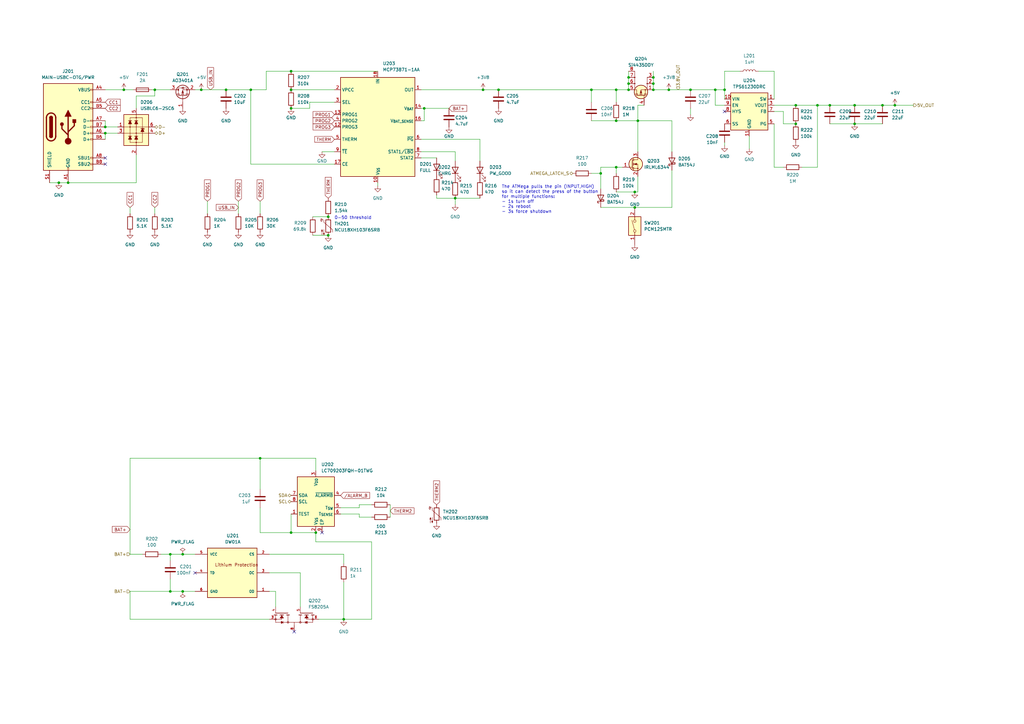
<source format=kicad_sch>
(kicad_sch (version 20230121) (generator eeschema)
  (paper "A3")
  (lib_symbols
    (symbol "Battery_Management:LC709203FQH-01TWG"
      (property "Reference" "U" (at -6.35 11.43 0))
      (property "Value" "LC709203FQH-01TWG" (at 11.43 11.43 0))
      (symbol "LC709203FQH-01TWG_1_1"
        (pin input line (at -10.16 -5.08 0) (length 2.54) (name "TEST") (number "1"))
        (pin power_in line (at 0 -12.7 90) (length 2.54) (name "V_{SS}") (number "2"))
        (pin power_in line (at 0 12.7 270) (length 2.54) (name "V_{DD}") (number "3"))
        (pin open_collector line (at 10.16 2.54 180) (length 2.54) (name "~{ALARMB}") (number "4"))
        (pin output line (at 10.16 -2.54 180) (length 2.54) (name "T_{SW}") (number "5"))
        (pin input line (at 10.16 -5.08 180) (length 2.54) (name "T_{SENSE}") (number "6"))
        (pin bidirectional line (at -10.16 2.54 0) (length 2.54) (name "SDA") (number "7"))
        (pin input line (at -10.16 0 0) (length 2.54) (name "SCL") (number "8"))
        (pin passive line (at 2.54 -12.7 90) (length 2.54) (name "EP") (number "9"))
      )
    )
    (symbol "Battery_Management:MCP73871-1AA"
      (property "Reference" "U" (at -7.62 24.13 0))
      (property "Value" "MCP73871-1AA" (at -15.24 21.59 0))
      (symbol "MCP73871-1AA_1_1"
        (pin power_out line (at 17.78 15.24 180) (length 2.54) (name "OUT") (number "1"))
        (pin power_in line (at 0 -22.86 90) (length 2.54) (name "V_{SS}") (number "10"))
        (pin passive line (at 0 -22.86 90) (length 2.54) hide (name "V_{SS}") (number "11"))
        (pin bidirectional line (at -17.78 0 0) (length 2.54) (name "PROG3") (number "12"))
        (pin bidirectional line (at -17.78 5.08 0) (length 2.54) (name "PROG1") (number "13"))
        (pin power_out line (at 17.78 7.62 180) (length 2.54) (name "V_{BAT}") (number "14"))
        (pin passive line (at 17.78 7.62 180) (length 2.54) hide (name "V_{BAT}") (number "15"))
        (pin input line (at 17.78 2.54 180) (length 2.54) (name "V_{BAT_SENSE}") (number "16"))
        (pin input line (at -17.78 -15.24 0) (length 2.54) (name "CE") (number "17"))
        (pin power_in line (at 0 22.86 270) (length 2.54) (name "IN") (number "18"))
        (pin passive line (at 0 22.86 270) (length 2.54) hide (name "IN") (number "19"))
        (pin input line (at -17.78 15.24 0) (length 2.54) (name "VPCC") (number "2"))
        (pin passive line (at 17.78 15.24 180) (length 2.54) hide (name "OUT") (number "20"))
        (pin passive line (at 0 -22.86 90) (length 2.54) hide (name "V_{SS}") (number "21"))
        (pin input line (at -17.78 10.16 0) (length 2.54) (name "SEL") (number "3"))
        (pin input line (at -17.78 2.54 0) (length 2.54) (name "PROG2") (number "4"))
        (pin bidirectional line (at -17.78 -5.08 0) (length 2.54) (name "THERM") (number "5"))
        (pin open_collector line (at 17.78 -5.08 180) (length 2.54) (name "~{PG}") (number "6"))
        (pin open_collector line (at 17.78 -12.7 180) (length 2.54) (name "STAT2") (number "7"))
        (pin open_collector line (at 17.78 -10.16 180) (length 2.54) (name "STAT1/~{LBO}") (number "8"))
        (pin input line (at -17.78 -10.16 0) (length 2.54) (name "~{TE}") (number "9"))
      )
    )
    (symbol "Connector:USB_C_Receptacle_USB2.0" (pin_names (offset 1.016))
      (property "Reference" "J" (at -10.16 19.05 0))
      (property "Value" "USB_C_Receptacle_USB2.0" (at 19.05 19.05 0))
      (symbol "USB_C_Receptacle_USB2.0_1_1"
        (pin passive line (at 0 -22.86 90) (length 5.08) (name "GND") (number "A1"))
        (pin passive line (at 0 -22.86 90) (length 5.08) hide (name "GND") (number "A12"))
        (pin passive line (at 15.24 15.24 180) (length 5.08) (name "VBUS") (number "A4"))
        (pin bidirectional line (at 15.24 10.16 180) (length 5.08) (name "CC1") (number "A5"))
        (pin bidirectional line (at 15.24 -2.54 180) (length 5.08) (name "D+") (number "A6"))
        (pin bidirectional line (at 15.24 2.54 180) (length 5.08) (name "D-") (number "A7"))
        (pin bidirectional line (at 15.24 -12.7 180) (length 5.08) (name "SBU1") (number "A8"))
        (pin passive line (at 15.24 15.24 180) (length 5.08) hide (name "VBUS") (number "A9"))
        (pin passive line (at 0 -22.86 90) (length 5.08) hide (name "GND") (number "B1"))
        (pin passive line (at 0 -22.86 90) (length 5.08) hide (name "GND") (number "B12"))
        (pin passive line (at 15.24 15.24 180) (length 5.08) hide (name "VBUS") (number "B4"))
        (pin bidirectional line (at 15.24 7.62 180) (length 5.08) (name "CC2") (number "B5"))
        (pin bidirectional line (at 15.24 -5.08 180) (length 5.08) (name "D+") (number "B6"))
        (pin bidirectional line (at 15.24 0 180) (length 5.08) (name "D-") (number "B7"))
        (pin bidirectional line (at 15.24 -15.24 180) (length 5.08) (name "SBU2") (number "B8"))
        (pin passive line (at 15.24 15.24 180) (length 5.08) hide (name "VBUS") (number "B9"))
        (pin passive line (at -7.62 -22.86 90) (length 5.08) (name "SHIELD") (number "S1"))
      )
    )
    (symbol "DW01A:DW01A" (pin_names (offset 1.016))
      (property "Reference" "U" (at -5.08 11.43 0))
      (property "Value" "DW01A" (at -5.08 -12.7 0))
      (symbol "DW01A_0_0"
        (text "Lithium Protection" (at -7.112 2.54 0) (effects (font (size 1.27 1.27)) (justify left bottom)))
        (pin bidirectional line (at 15.24 -7.62 180) (length 5.08) (name "OD") (number "1"))
        (pin bidirectional line (at 15.24 7.62 180) (length 5.08) (name "CS") (number "2"))
        (pin bidirectional line (at 15.24 0 180) (length 5.08) (name "OC") (number "3"))
        (pin bidirectional line (at -15.24 0 0) (length 5.08) (name "TD") (number "4"))
        (pin power_in line (at -15.24 7.62 0) (length 5.08) (name "VCC") (number "5"))
        (pin power_in line (at -15.24 -7.62 0) (length 5.08) (name "GND") (number "6"))
      )
    )
    (symbol "Device:C" (pin_numbers hide) (pin_names (offset 0.254))
      (property "Reference" "C" (at 0.635 2.54 0))
      (property "Value" "C" (at 0.635 -2.54 0))
      (symbol "C_1_1"
        (pin passive line (at 0 3.81 270) (length 2.794) (name "~") (number "1"))
        (pin passive line (at 0 -3.81 90) (length 2.794) (name "~") (number "2"))
      )
    )
    (symbol "Device:Fuse" (pin_numbers hide) (pin_names (offset 0))
      (property "Reference" "F" (at 2.032 0 90))
      (property "Value" "Fuse" (at -1.905 0 90))
      (symbol "Fuse_1_1"
        (pin passive line (at 0 3.81 270) (length 1.27) (name "~") (number "1"))
        (pin passive line (at 0 -3.81 90) (length 1.27) (name "~") (number "2"))
      )
    )
    (symbol "Device:L" (pin_numbers hide) (pin_names (offset 1.016) hide)
      (property "Reference" "L" (at -1.27 0 90))
      (property "Value" "L" (at 1.905 0 90))
      (symbol "L_1_1"
        (pin passive line (at 0 3.81 270) (length 1.27) (name "1") (number "1"))
        (pin passive line (at 0 -3.81 90) (length 1.27) (name "2") (number "2"))
      )
    )
    (symbol "Device:LED" (pin_numbers hide) (pin_names (offset 1.016) hide)
      (property "Reference" "D" (at 0 2.54 0))
      (property "Value" "LED" (at 0 -2.54 0))
      (symbol "LED_1_1"
        (pin passive line (at -3.81 0 0) (length 2.54) (name "K") (number "1"))
        (pin passive line (at 3.81 0 180) (length 2.54) (name "A") (number "2"))
      )
    )
    (symbol "Device:R" (pin_numbers hide) (pin_names (offset 0))
      (property "Reference" "R" (at 2.032 0 90))
      (property "Value" "R" (at 0 0 90))
      (symbol "R_1_1"
        (pin passive line (at 0 3.81 270) (length 1.27) (name "~") (number "1"))
        (pin passive line (at 0 -3.81 90) (length 1.27) (name "~") (number "2"))
      )
    )
    (symbol "Device:Thermistor_NTC" (pin_numbers hide) (pin_names (offset 0))
      (property "Reference" "TH" (at -4.445 0 90))
      (property "Value" "Thermistor_NTC" (at 3.175 0 90))
      (symbol "Thermistor_NTC_1_1"
        (pin passive line (at 0 3.81 270) (length 1.27) (name "~") (number "1"))
        (pin passive line (at 0 -3.81 90) (length 1.27) (name "~") (number "2"))
      )
    )
    (symbol "Diode:BAT54J" (pin_numbers hide) (pin_names (offset 1.016) hide)
      (property "Reference" "D" (at 0 2.54 0))
      (property "Value" "BAT54J" (at 0 -2.54 0))
      (symbol "BAT54J_1_1"
        (pin passive line (at -3.81 0 0) (length 2.54) (name "K") (number "1"))
        (pin passive line (at 3.81 0 180) (length 2.54) (name "A") (number "2"))
      )
    )
    (symbol "FS8205A:FS8205A" (pin_names (offset 1.016))
      (property "Reference" "Q" (at -11.43 7.62 0))
      (property "Value" "FS8205A" (at -11.43 -12.7 0))
      (symbol "FS8205A_0_0"
        (pin passive line (at 5.08 0 180) (length 2.54) (name "~") (number "1"))
        (pin passive line (at 0 -10.16 90) (length 2.54) (name "~") (number "2"))
        (pin passive line (at 0 -10.16 90) (length 2.54) (name "~") (number "3"))
        (pin passive line (at -5.08 -7.62 0) (length 2.54) (name "~") (number "4"))
        (pin passive line (at -5.08 2.54 0) (length 2.54) (name "~") (number "5"))
        (pin passive line (at 0 10.16 270) (length 2.54) (name "~") (number "6"))
        (pin passive line (at 0 10.16 270) (length 2.54) (name "~") (number "7"))
        (pin passive line (at 5.08 0 180) (length 2.54) (name "~") (number "8"))
      )
    )
    (symbol "PCM_Diode_TVS_AKL:USBLC6-2SC6" (pin_names (offset 1.016) hide)
      (property "Reference" "D" (at 6.35 6.35 0))
      (property "Value" "USBLC6-2SC6" (at 6.35 3.81 0))
      (symbol "USBLC6-2SC6_1_1"
        (pin passive line (at -7.62 0 0) (length 2.54) (name "L1") (number "1"))
        (pin passive line (at 0 -11.43 90) (length 2.54) (name "VN") (number "2"))
        (pin passive line (at -7.62 -2.54 0) (length 2.54) (name "L2") (number "3"))
        (pin passive line (at 7.62 -2.54 180) (length 2.54) (name "L2") (number "4"))
        (pin passive line (at 0 7.62 270) (length 2.54) (name "VP") (number "5"))
        (pin passive line (at 7.62 0 180) (length 2.54) (name "L1") (number "6"))
      )
    )
    (symbol "PCM_Transistor_MOSFET_AKL:IRLML6344" (pin_names hide)
      (property "Reference" "Q" (at 5.08 1.27 0))
      (property "Value" "IRLML6344" (at 5.08 -1.27 0))
      (symbol "IRLML6344_1_1"
        (pin input line (at -3.81 -1.27 0) (length 2.54) (name "G") (number "1"))
        (pin passive line (at 2.54 -5.08 90) (length 2.54) (name "S") (number "2"))
        (pin passive line (at 2.54 5.08 270) (length 2.54) (name "D") (number "3"))
      )
    )
    (symbol "PCM_Transistor_MOSFET_AKL:Si4435DDY" (pin_names hide)
      (property "Reference" "Q" (at 5.08 1.27 0))
      (property "Value" "Si4435DDY" (at 5.08 -1.27 0))
      (symbol "Si4435DDY_1_1"
        (pin passive line (at 2.54 5.08 270) (length 2.54) (name "S") (number "1"))
        (pin passive line (at 5.08 5.08 270) (length 2.54) (name "S") (number "2"))
        (pin passive line (at 7.62 5.08 270) (length 2.54) (name "S") (number "3"))
        (pin input line (at -3.81 1.27 0) (length 2.54) (name "G") (number "4"))
        (pin passive line (at 2.54 -5.08 90) (length 2.54) (name "D") (number "5"))
        (pin passive line (at 5.08 -5.08 90) (length 2.54) (name "D") (number "6"))
        (pin passive line (at 7.62 -5.08 90) (length 2.54) (name "D") (number "7"))
        (pin passive line (at 10.16 -5.08 90) (length 2.54) (name "D") (number "8"))
      )
    )
    (symbol "Regulator_Switching:TPS61230DRC"
      (property "Reference" "U" (at -7.62 11.43 0))
      (property "Value" "TPS61230DRC" (at -7.62 8.89 0))
      (symbol "TPS61230DRC_1_1"
        (pin power_out line (at 10.16 5.08 180) (length 2.54) (name "SW") (number "1"))
        (pin power_in line (at -10.16 5.08 0) (length 2.54) (name "VIN") (number "10"))
        (pin power_in line (at 0 -10.16 90) (length 2.54) (name "GND") (number "11"))
        (pin passive line (at 10.16 5.08 180) (length 2.54) hide (name "SW") (number "2"))
        (pin power_out line (at 10.16 2.54 180) (length 2.54) (name "VOUT") (number "3"))
        (pin passive line (at 10.16 2.54 180) (length 2.54) hide (name "VOUT") (number "4"))
        (pin output line (at 10.16 -5.08 180) (length 2.54) (name "PG") (number "5"))
        (pin input line (at -10.16 -5.08 0) (length 2.54) (name "SS") (number "6"))
        (pin input line (at 10.16 0 180) (length 2.54) (name "FB") (number "7"))
        (pin output line (at -10.16 0 0) (length 2.54) (name "HYS") (number "8"))
        (pin input line (at -10.16 2.54 0) (length 2.54) (name "EN") (number "9"))
      )
    )
    (symbol "Switch:SW_DIP_x01" (pin_names (offset 0) hide)
      (property "Reference" "SW" (at 0 3.81 0))
      (property "Value" "SW_DIP_x01" (at 0 -3.81 0))
      (symbol "SW_DIP_x01_1_1"
        (pin passive line (at -7.62 0 0) (length 5.08) (name "~") (number "1"))
        (pin passive line (at 7.62 0 180) (length 5.08) (name "~") (number "2"))
      )
    )
    (symbol "Transistor_FET:AO3401A" (pin_names hide)
      (property "Reference" "Q" (at 5.08 1.905 0))
      (property "Value" "AO3401A" (at 5.08 0 0))
      (symbol "AO3401A_1_1"
        (pin input line (at -5.08 0 0) (length 2.54) (name "G") (number "1"))
        (pin passive line (at 2.54 -5.08 90) (length 2.54) (name "S") (number "2"))
        (pin passive line (at 2.54 5.08 270) (length 2.54) (name "D") (number "3"))
      )
    )
    (symbol "power:+3V8" (power) (pin_names (offset 0))
      (property "Value" "+3V8" (at 0 3.556 0))
      (symbol "+3V8_1_1"
        (pin power_in line (at 0 0 90) (length 0) hide (name "+3V8") (number "1"))
      )
    )
    (symbol "power:+5V" (power) (pin_names (offset 0))
      (property "Value" "+5V" (at 0 3.556 0))
      (symbol "+5V_1_1"
        (pin power_in line (at 0 0 90) (length 0) hide (name "+5V") (number "1"))
      )
    )
    (symbol "power:GND" (power) (pin_names (offset 0))
      (property "Value" "GND" (at 0 -3.81 0))
      (symbol "GND_1_1"
        (pin power_in line (at 0 0 270) (length 0) hide (name "GND") (number "1"))
      )
    )
    (symbol "power:PWR_FLAG" (power) (pin_numbers hide) (pin_names (offset 0) hide)
      (property "Value" "PWR_FLAG" (at 0 3.81 0))
      (symbol "PWR_FLAG_0_0"
        (pin power_out line (at 0 0 90) (length 0) (name "pwr") (number "1"))
      )
    )
  )
  (junction (at 252.73 68.58))
  (junction (at 340.36 43.18))
  (junction (at 119.38 44.45))
  (junction (at 106.68 187.96))
  (junction (at 252.73 49.53))
  (junction (at 293.37 36.83))
  (junction (at 74.93 242.57))
  (junction (at 24.13 74.93))
  (junction (at 119.38 29.21))
  (junction (at 257.81 36.83))
  (junction (at 27.94 74.93))
  (junction (at 350.52 50.8))
  (junction (at 260.35 78.74))
  (junction (at 274.32 36.83))
  (junction (at 50.8 36.83))
  (junction (at 63.5 36.83))
  (junction (at 43.18 54.61))
  (junction (at 350.52 43.18))
  (junction (at 267.97 34.29))
  (junction (at 335.28 43.18))
  (junction (at 204.47 36.83))
  (junction (at 69.85 242.57))
  (junction (at 198.12 36.83))
  (junction (at 267.97 36.83))
  (junction (at 242.57 36.83))
  (junction (at 92.71 36.83))
  (junction (at 134.62 88.9))
  (junction (at 102.87 36.83))
  (junction (at 140.97 254))
  (junction (at 82.55 36.83))
  (junction (at 267.97 31.75))
  (junction (at 361.95 43.18))
  (junction (at 129.54 218.44))
  (junction (at 261.62 49.53))
  (junction (at 246.38 71.12))
  (junction (at 367.03 43.18))
  (junction (at 257.81 31.75))
  (junction (at 134.62 96.52))
  (junction (at 252.73 36.83))
  (junction (at 74.93 227.33))
  (junction (at 283.21 36.83))
  (junction (at 43.18 52.07))
  (junction (at 260.35 85.09))
  (junction (at 119.38 218.44))
  (junction (at 297.18 36.83))
  (junction (at 326.39 43.18))
  (junction (at 69.85 227.33))
  (junction (at 186.69 81.28))
  (junction (at 119.38 36.83))
  (junction (at 257.81 34.29))
  (junction (at 326.39 50.8))
  (junction (at 173.99 44.45))
  (no_connect (at 43.18 67.31))
  (no_connect (at 120.65 259.08))
  (no_connect (at 132.08 218.44))
  (no_connect (at 297.18 45.72))
  (no_connect (at 80.01 234.95))
  (no_connect (at 43.18 64.77))
  (wire (pts (xy 321.31 45.72) (xy 321.31 50.8)))
  (wire (pts (xy 128.27 88.9) (xy 134.62 88.9)))
  (wire (pts (xy 186.69 66.04) (xy 186.69 62.23)))
  (wire (pts (xy 58.42 227.33) (xy 53.34 227.33)))
  (wire (pts (xy 53.34 187.96) (xy 53.34 227.33)))
  (wire (pts (xy 275.59 49.53) (xy 275.59 62.23)))
  (wire (pts (xy 242.57 36.83) (xy 242.57 41.91)))
  (wire (pts (xy 326.39 43.18) (xy 335.28 43.18)))
  (wire (pts (xy 252.73 36.83) (xy 257.81 36.83)))
  (wire (pts (xy 62.23 36.83) (xy 63.5 36.83)))
  (wire (pts (xy 293.37 43.18) (xy 297.18 43.18)))
  (wire (pts (xy 106.68 82.55) (xy 106.68 87.63)))
  (wire (pts (xy 154.94 74.93) (xy 154.94 76.2)))
  (wire (pts (xy 102.87 67.31) (xy 137.16 67.31)))
  (wire (pts (xy 137.16 62.23) (xy 132.08 62.23)))
  (wire (pts (xy 261.62 43.18) (xy 261.62 49.53)))
  (wire (pts (xy 128.27 96.52) (xy 134.62 96.52)))
  (wire (pts (xy 275.59 69.85) (xy 275.59 85.09)))
  (wire (pts (xy 110.49 242.57) (xy 113.03 242.57)))
  (wire (pts (xy 43.18 54.61) (xy 48.26 54.61)))
  (wire (pts (xy 139.7 208.28) (xy 147.32 208.28)))
  (wire (pts (xy 246.38 71.12) (xy 246.38 77.47)))
  (wire (pts (xy 82.55 36.83) (xy 92.71 36.83)))
  (wire (pts (xy 43.18 52.07) (xy 48.26 52.07)))
  (wire (pts (xy 140.97 254) (xy 130.81 254)))
  (wire (pts (xy 267.97 29.21) (xy 267.97 31.75)))
  (wire (pts (xy 127 41.91) (xy 127 44.45)))
  (wire (pts (xy 257.81 31.75) (xy 257.81 34.29)))
  (wire (pts (xy 139.7 210.82) (xy 147.32 210.82)))
  (wire (pts (xy 113.03 242.57) (xy 113.03 248.92)))
  (wire (pts (xy 92.71 36.83) (xy 102.87 36.83)))
  (wire (pts (xy 196.85 66.04) (xy 196.85 57.15)))
  (wire (pts (xy 252.73 78.74) (xy 260.35 78.74)))
  (wire (pts (xy 198.12 36.83) (xy 204.47 36.83)))
  (wire (pts (xy 317.5 43.18) (xy 326.39 43.18)))
  (wire (pts (xy 261.62 43.18) (xy 264.16 43.18)))
  (wire (pts (xy 119.38 36.83) (xy 137.16 36.83)))
  (wire (pts (xy 317.5 68.58) (xy 321.31 68.58)))
  (wire (pts (xy 172.72 62.23) (xy 186.69 62.23)))
  (wire (pts (xy 147.32 210.82) (xy 147.32 212.09)))
  (wire (pts (xy 69.85 227.33) (xy 74.93 227.33)))
  (wire (pts (xy 147.32 212.09) (xy 152.4 212.09)))
  (wire (pts (xy 24.13 74.93) (xy 27.94 74.93)))
  (wire (pts (xy 252.73 49.53) (xy 261.62 49.53)))
  (wire (pts (xy 307.34 55.88) (xy 307.34 60.96)))
  (wire (pts (xy 252.73 68.58) (xy 252.73 71.12)))
  (wire (pts (xy 317.5 29.21) (xy 317.5 40.64)))
  (wire (pts (xy 119.38 218.44) (xy 129.54 218.44)))
  (wire (pts (xy 261.62 49.53) (xy 275.59 49.53)))
  (wire (pts (xy 97.79 82.55) (xy 97.79 87.63)))
  (wire (pts (xy 109.22 29.21) (xy 119.38 29.21)))
  (wire (pts (xy 297.18 59.69) (xy 297.18 58.42)))
  (wire (pts (xy 283.21 36.83) (xy 293.37 36.83)))
  (wire (pts (xy 110.49 254) (xy 53.34 254)))
  (wire (pts (xy 172.72 64.77) (xy 179.07 64.77)))
  (wire (pts (xy 260.35 85.09) (xy 275.59 85.09)))
  (wire (pts (xy 173.99 44.45) (xy 184.15 44.45)))
  (wire (pts (xy 246.38 68.58) (xy 252.73 68.58)))
  (wire (pts (xy 297.18 29.21) (xy 297.18 36.83)))
  (wire (pts (xy 267.97 34.29) (xy 267.97 36.83)))
  (wire (pts (xy 267.97 31.75) (xy 267.97 34.29)))
  (wire (pts (xy 85.09 82.55) (xy 85.09 87.63)))
  (wire (pts (xy 20.32 74.93) (xy 24.13 74.93)))
  (wire (pts (xy 350.52 50.8) (xy 361.95 50.8)))
  (wire (pts (xy 293.37 43.18) (xy 293.37 36.83)))
  (wire (pts (xy 274.32 36.83) (xy 283.21 36.83)))
  (wire (pts (xy 317.5 50.8) (xy 317.5 68.58)))
  (wire (pts (xy 55.88 74.93) (xy 55.88 63.5)))
  (wire (pts (xy 147.32 208.28) (xy 147.32 207.01)))
  (wire (pts (xy 129.54 218.44) (xy 129.54 222.25)))
  (wire (pts (xy 53.34 242.57) (xy 53.34 254)))
  (wire (pts (xy 80.01 36.83) (xy 82.55 36.83)))
  (wire (pts (xy 140.97 227.33) (xy 140.97 231.14)))
  (wire (pts (xy 242.57 71.12) (xy 246.38 71.12)))
  (wire (pts (xy 172.72 36.83) (xy 198.12 36.83)))
  (wire (pts (xy 186.69 81.28) (xy 186.69 83.82)))
  (wire (pts (xy 110.49 227.33) (xy 140.97 227.33)))
  (wire (pts (xy 69.85 237.49) (xy 69.85 242.57)))
  (wire (pts (xy 147.32 207.01) (xy 152.4 207.01)))
  (wire (pts (xy 297.18 36.83) (xy 297.18 40.64)))
  (wire (pts (xy 50.8 36.83) (xy 54.61 36.83)))
  (wire (pts (xy 129.54 187.96) (xy 106.68 187.96)))
  (wire (pts (xy 350.52 43.18) (xy 361.95 43.18)))
  (wire (pts (xy 152.4 254) (xy 140.97 254)))
  (wire (pts (xy 261.62 72.39) (xy 261.62 78.74)))
  (wire (pts (xy 340.36 50.8) (xy 350.52 50.8)))
  (wire (pts (xy 69.85 229.87) (xy 69.85 227.33)))
  (wire (pts (xy 340.36 43.18) (xy 350.52 43.18)))
  (wire (pts (xy 261.62 49.53) (xy 261.62 62.23)))
  (wire (pts (xy 43.18 49.53) (xy 43.18 52.07)))
  (wire (pts (xy 129.54 222.25) (xy 152.4 222.25)))
  (wire (pts (xy 127 44.45) (xy 119.38 44.45)))
  (wire (pts (xy 242.57 36.83) (xy 252.73 36.83)))
  (wire (pts (xy 311.15 29.21) (xy 317.5 29.21)))
  (wire (pts (xy 246.38 85.09) (xy 260.35 85.09)))
  (wire (pts (xy 55.88 39.37) (xy 63.5 39.37)))
  (wire (pts (xy 63.5 36.83) (xy 69.85 36.83)))
  (wire (pts (xy 102.87 67.31) (xy 102.87 36.83)))
  (wire (pts (xy 173.99 44.45) (xy 173.99 49.53)))
  (wire (pts (xy 321.31 50.8) (xy 326.39 50.8)))
  (wire (pts (xy 257.81 29.21) (xy 257.81 31.75)))
  (wire (pts (xy 106.68 208.28) (xy 106.68 218.44)))
  (wire (pts (xy 242.57 49.53) (xy 252.73 49.53)))
  (wire (pts (xy 297.18 29.21) (xy 303.53 29.21)))
  (wire (pts (xy 204.47 36.83) (xy 242.57 36.83)))
  (wire (pts (xy 74.93 227.33) (xy 80.01 227.33)))
  (wire (pts (xy 74.93 242.57) (xy 80.01 242.57)))
  (wire (pts (xy 361.95 43.18) (xy 367.03 43.18)))
  (wire (pts (xy 53.34 85.09) (xy 53.34 87.63)))
  (wire (pts (xy 252.73 41.91) (xy 252.73 36.83)))
  (wire (pts (xy 63.5 85.09) (xy 63.5 87.63)))
  (wire (pts (xy 123.19 234.95) (xy 123.19 248.92)))
  (wire (pts (xy 293.37 36.83) (xy 297.18 36.83)))
  (wire (pts (xy 252.73 68.58) (xy 255.27 68.58)))
  (wire (pts (xy 43.18 36.83) (xy 50.8 36.83)))
  (wire (pts (xy 140.97 238.76) (xy 140.97 254)))
  (wire (pts (xy 129.54 187.96) (xy 129.54 193.04)))
  (wire (pts (xy 110.49 234.95) (xy 123.19 234.95)))
  (wire (pts (xy 43.18 54.61) (xy 43.18 57.15)))
  (wire (pts (xy 172.72 44.45) (xy 173.99 44.45)))
  (wire (pts (xy 317.5 45.72) (xy 321.31 45.72)))
  (wire (pts (xy 246.38 71.12) (xy 246.38 68.58)))
  (wire (pts (xy 335.28 43.18) (xy 340.36 43.18)))
  (wire (pts (xy 267.97 36.83) (xy 274.32 36.83)))
  (wire (pts (xy 335.28 68.58) (xy 335.28 43.18)))
  (wire (pts (xy 172.72 49.53) (xy 173.99 49.53)))
  (wire (pts (xy 196.85 57.15) (xy 172.72 57.15)))
  (wire (pts (xy 283.21 44.45) (xy 283.21 46.99)))
  (wire (pts (xy 160.02 207.01) (xy 160.02 212.09)))
  (wire (pts (xy 106.68 187.96) (xy 106.68 200.66)))
  (wire (pts (xy 127 41.91) (xy 137.16 41.91)))
  (wire (pts (xy 119.38 29.21) (xy 154.94 29.21)))
  (wire (pts (xy 257.81 34.29) (xy 257.81 36.83)))
  (wire (pts (xy 63.5 39.37) (xy 63.5 36.83)))
  (wire (pts (xy 69.85 242.57) (xy 74.93 242.57)))
  (wire (pts (xy 179.07 81.28) (xy 186.69 81.28)))
  (wire (pts (xy 119.38 210.82) (xy 119.38 218.44)))
  (wire (pts (xy 55.88 39.37) (xy 55.88 44.45)))
  (wire (pts (xy 66.04 227.33) (xy 69.85 227.33)))
  (wire (pts (xy 367.03 43.18) (xy 374.65 43.18)))
  (wire (pts (xy 102.87 36.83) (xy 109.22 36.83)))
  (wire (pts (xy 119.38 218.44) (xy 106.68 218.44)))
  (wire (pts (xy 53.34 187.96) (xy 106.68 187.96)))
  (wire (pts (xy 328.93 68.58) (xy 335.28 68.58)))
  (wire (pts (xy 152.4 222.25) (xy 152.4 254)))
  (wire (pts (xy 27.94 74.93) (xy 55.88 74.93)))
  (wire (pts (xy 109.22 36.83) (xy 109.22 29.21)))
  (wire (pts (xy 179.07 80.01) (xy 179.07 81.28)))
  (wire (pts (xy 186.69 81.28) (xy 196.85 81.28)))
  (wire (pts (xy 261.62 78.74) (xy 260.35 78.74)))
  (wire (pts (xy 53.34 242.57) (xy 69.85 242.57)))
  (text "The ATMega pulls the pin (INPUT,HIGH) \nso it can detect the press of the button\nfor multiple functions:\n- 1s turn off\n- 2s reboot\n- 3s force shutdown\n" (at 205.74 87.63 0) (effects (font (size 1.27 1.27)) (justify left bottom)))
  (text "0-50 threshold" (at 137.16 90.17 0) (effects (font (size 1.27 1.27)) (justify left bottom)))
  (global_label "BAT+" (shape input) (at 184.15 44.45 0) (property "Intersheetrefs" "${INTERSHEET_REFS}" (effects hide)))
  (global_label "CC1" (shape input) (at 53.34 85.09 90) (property "Intersheetrefs" "${INTERSHEET_REFS}" (effects hide)))
  (global_label "PROG2" (shape input) (at 97.79 82.55 90) (property "Intersheetrefs" "${INTERSHEET_REFS}" (effects hide)))
  (global_label "PROG2" (shape input) (at 137.16 49.53 180) (property "Intersheetrefs" "${INTERSHEET_REFS}" (effects hide)))
  (global_label "THERM" (shape input) (at 137.16 57.15 180) (effects (font (size 1.2 1.2))) (property "Intersheetrefs" "${INTERSHEET_REFS}" (effects hide)))
  (global_label "CC2" (shape input) (at 43.18 44.45 0) (property "Intersheetrefs" "${INTERSHEET_REFS}" (effects hide)))
  (global_label "PROG1" (shape input) (at 85.09 82.55 90) (property "Intersheetrefs" "${INTERSHEET_REFS}" (effects hide)))
  (global_label "PROG3" (shape input) (at 137.16 52.07 180) (property "Intersheetrefs" "${INTERSHEET_REFS}" (effects hide)))
  (global_label "PROG1" (shape input) (at 137.16 46.99 180) (property "Intersheetrefs" "${INTERSHEET_REFS}" (effects hide)))
  (global_label "USB_IN" (shape input) (at 97.79 85.09 180) (property "Intersheetrefs" "${INTERSHEET_REFS}" (effects hide)))
  (global_label "THERM2" (shape input) (at 160.02 209.55 0) (property "Intersheetrefs" "${INTERSHEET_REFS}" (effects hide)))
  (global_label "PROG3" (shape input) (at 106.68 82.55 90) (property "Intersheetrefs" "${INTERSHEET_REFS}" (effects hide)))
  (global_label "{slash}ALARM_B" (shape input) (at 139.7 203.2 0) (property "Intersheetrefs" "${INTERSHEET_REFS}" (effects hide)))
  (global_label "CC1" (shape input) (at 43.18 41.91 0) (property "Intersheetrefs" "${INTERSHEET_REFS}" (effects hide)))
  (global_label "USB_IN" (shape input) (at 86.36 36.83 90) (property "Intersheetrefs" "${INTERSHEET_REFS}" (effects hide)))
  (global_label "BAT+" (shape input) (at 53.34 217.17 180) (property "Intersheetrefs" "${INTERSHEET_REFS}" (effects hide)))
  (global_label "CC2" (shape input) (at 63.5 85.09 90) (property "Intersheetrefs" "${INTERSHEET_REFS}" (effects hide)))
  (global_label "THERM2" (shape input) (at 179.07 207.01 90) (property "Intersheetrefs" "${INTERSHEET_REFS}" (effects hide)))
  (global_label "THERM" (shape input) (at 134.62 81.28 90) (property "Intersheetrefs" "${INTERSHEET_REFS}" (effects hide)))
  (hierarchical_label "3.8V_OUT" (shape input) (at 278.13 36.83 90))
  (hierarchical_label "SDA" (shape bidirectional) (at 119.38 203.2 180))
  (hierarchical_label "BAT+" (shape input) (at 53.34 227.33 180))
  (hierarchical_label "BAT-" (shape input) (at 53.34 242.57 180))
  (hierarchical_label "D+" (shape bidirectional) (at 63.5 54.61 0))
  (hierarchical_label "SCL" (shape bidirectional) (at 119.38 205.74 180))
  (hierarchical_label "ATMEGA_LATCH_S" (shape bidirectional) (at 234.95 71.12 180))
  (hierarchical_label "5V_OUT" (shape output) (at 374.65 43.18 0))
  (hierarchical_label "D-" (shape bidirectional) (at 63.5 52.07 0))
  (symbol (lib_id "Battery_Management:MCP73871-1AA") (at 154.94 52.07 0) (unit 1)
    (property "Reference" "U203" (at 156.9594 26.035 0) (effects (justify left)))
    (property "Value" "MCP73871-1AA" (at 156.9594 28.575 0) (effects (justify left)))
    (property "Footprint" "Package_DFN_QFN:QFN-20-1EP_4x4mm_P0.5mm_EP2.5x2.5mm" (effects hide))
    (property "Datasheet" "http://www.mouser.com/ds/2/268/22090a-52174.pdf" (effects hide))
  )
  (symbol (lib_id "power:GND") (at 106.68 95.25 0) (unit 1)
    (property "Reference" "#PWR0208" (effects hide))
    (property "Value" "GND" (at 106.68 100.33 0))
  )
  (symbol (lib_id "power:GND") (at 326.39 58.42 0) (unit 1)
    (property "Reference" "#PWR0224" (effects hide))
    (property "Value" "GND" (at 326.39 63.5 0))
  )
  (symbol (lib_id "power:PWR_FLAG") (at 74.93 242.57 180) (unit 1)
    (property "Reference" "#FLG0202" (effects hide))
    (property "Value" "PWR_FLAG" (at 74.93 247.65 0))
  )
  (symbol (lib_id "Device:Thermistor_NTC") (at 179.07 210.82 0) (unit 1)
    (property "Reference" "TH202" (at 181.61 209.8675 0) (effects (justify left)))
    (property "Value" "NCU18XH103F6SRB" (at 181.61 212.4075 0) (effects (justify left)))
    (property "Footprint" "Capacitor_SMD:C_0603_1608Metric" (effects hide))
    (property "Datasheet" "https://octopart.com/ncu18xh103f6srb-murata-75166631?r=sp" (effects hide))
  )
  (symbol (lib_id "Device:R") (at 106.68 91.44 0) (unit 1)
    (property "Reference" "R206" (at 109.22 90.17 0) (effects (justify left)))
    (property "Value" "30K" (at 109.22 92.71 0) (effects (justify left)))
    (property "Footprint" "Resistor_SMD:R_0805_2012Metric" (effects hide))
  )
  (symbol (lib_id "power:GND") (at 297.18 59.69 0) (unit 1)
    (property "Reference" "#PWR0222" (effects hide))
    (property "Value" "GND" (at 297.18 64.135 0))
  )
  (symbol (lib_id "power:GND") (at 53.34 95.25 0) (unit 1)
    (property "Reference" "#PWR0202" (effects hide))
    (property "Value" "GND" (at 53.34 100.33 0))
  )
  (symbol (lib_id "power:PWR_FLAG") (at 74.93 227.33 0) (unit 1)
    (property "Reference" "#FLG0201" (effects hide))
    (property "Value" "PWR_FLAG" (at 74.93 222.25 0))
  )
  (symbol (lib_id "Device:C") (at 204.47 40.64 0) (unit 1)
    (property "Reference" "C205" (at 207.645 39.3699 0) (effects (justify left)))
    (property "Value" "4.7uF" (at 207.645 41.9099 0) (effects (justify left)))
    (property "Footprint" "Capacitor_SMD:C_0805_2012Metric" (effects hide))
  )
  (symbol (lib_id "Device:R") (at 252.73 74.93 0) (unit 1)
    (property "Reference" "R219" (at 255.27 73.66 0) (effects (justify left)))
    (property "Value" "100k" (at 255.27 76.2 0) (effects (justify left)))
    (property "Footprint" "Resistor_SMD:R_0805_2012Metric" (effects hide))
  )
  (symbol (lib_id "Device:R") (at 119.38 40.64 0) (unit 1)
    (property "Reference" "R208" (at 121.92 39.37 0) (effects (justify left)))
    (property "Value" "110k" (at 121.92 41.91 0) (effects (justify left)))
    (property "Footprint" "Resistor_SMD:R_0805_2012Metric" (effects hide))
  )
  (symbol (lib_id "Transistor_FET:AO3401A") (at 74.93 39.37 90) (unit 1)
    (property "Reference" "Q201" (at 74.93 30.48 90))
    (property "Value" "AO3401A" (at 74.93 33.02 90))
    (property "Footprint" "Package_TO_SOT_SMD:SOT-23" (effects hide))
    (property "Datasheet" "http://www.aosmd.com/pdfs/datasheet/AO3401A.pdf" (effects hide))
  )
  (symbol (lib_id "Device:R") (at 62.23 227.33 90) (unit 1)
    (property "Reference" "R202" (at 62.23 220.98 90))
    (property "Value" "100" (at 62.23 223.52 90))
    (property "Footprint" "Resistor_SMD:R_0805_2012Metric" (effects hide))
  )
  (symbol (lib_id "Switch:SW_DIP_x01") (at 260.35 92.71 90) (unit 1)
    (property "Reference" "SW201" (at 264.16 91.44 90) (effects (justify right)))
    (property "Value" "PCM12SMTR" (at 264.16 93.98 90) (effects (justify right)))
    (property "Footprint" "Button_Switch_SMD:SW_SPDT_PCM12" (effects hide))
    (property "Datasheet" "https://octopart.com/pcm12smtr-c%26k+components-2486974?r=sp" (effects hide))
  )
  (symbol (lib_id "Device:R") (at 156.21 207.01 90) (unit 1)
    (property "Reference" "R212" (at 156.21 200.66 90))
    (property "Value" "10k" (at 156.21 203.2 90))
    (property "Footprint" "Resistor_SMD:R_0805_2012Metric" (effects hide))
  )
  (symbol (lib_id "power:+5V") (at 367.03 43.18 0) (unit 1)
    (property "Reference" "#PWR0229" (effects hide))
    (property "Value" "+5V" (at 367.03 38.1 0))
  )
  (symbol (lib_id "power:GND") (at 260.35 78.74 0) (unit 1)
    (property "Reference" "#PWR0220" (effects hide))
    (property "Value" "GND" (at 260.35 83.82 0))
  )
  (symbol (lib_id "Device:C") (at 69.85 233.68 0) (unit 1)
    (property "Reference" "C201" (at 73.66 232.41 0) (effects (justify left)))
    (property "Value" "100nF" (at 72.39 234.95 0) (effects (justify left)))
    (property "Footprint" "Capacitor_SMD:C_0805_2012Metric" (effects hide))
  )
  (symbol (lib_id "power:GND") (at 119.38 44.45 0) (unit 1)
    (property "Reference" "#PWR0209" (effects hide))
    (property "Value" "GND" (at 119.38 48.26 0))
  )
  (symbol (lib_id "power:GND") (at 24.13 74.93 0) (unit 1)
    (property "Reference" "#PWR0201" (effects hide))
    (property "Value" "GND" (at 24.13 80.01 0))
  )
  (symbol (lib_id "Device:R") (at 119.38 33.02 0) (unit 1)
    (property "Reference" "R207" (at 121.92 31.75 0) (effects (justify left)))
    (property "Value" "310k" (at 121.92 34.29 0) (effects (justify left)))
    (property "Footprint" "Resistor_SMD:R_0805_2012Metric" (effects hide))
  )
  (symbol (lib_id "Device:R") (at 196.85 77.47 0) (unit 1)
    (property "Reference" "R216" (at 198.755 76.1999 0) (effects (justify left)))
    (property "Value" "470" (at 198.755 78.7399 0) (effects (justify left)))
    (property "Footprint" "Resistor_SMD:R_0805_2012Metric" (effects hide))
  )
  (symbol (lib_id "power:GND") (at 283.21 46.99 0) (unit 1)
    (property "Reference" "#PWR0221" (effects hide))
    (property "Value" "GND" (effects hide))
  )
  (symbol (lib_id "power:GND") (at 204.47 44.45 0) (unit 1)
    (property "Reference" "#PWR0217" (effects hide))
    (property "Value" "GND" (at 204.47 49.53 0))
  )
  (symbol (lib_id "Device:C") (at 340.36 46.99 0) (unit 1)
    (property "Reference" "C209" (at 344.17 45.7199 0) (effects (justify left)))
    (property "Value" "22uF" (at 344.17 48.2599 0) (effects (justify left)))
    (property "Footprint" "Capacitor_SMD:C_0805_2012Metric" (effects hide))
  )
  (symbol (lib_id "Device:R") (at 134.62 85.09 0) (unit 1)
    (property "Reference" "R210" (at 137.16 83.82 0) (effects (justify left)))
    (property "Value" "1.54k" (at 137.16 86.36 0) (effects (justify left)))
    (property "Footprint" "Resistor_SMD:R_0805_2012Metric" (effects hide))
  )
  (symbol (lib_id "Device:L") (at 307.34 29.21 90) (unit 1)
    (property "Reference" "L201" (at 307.34 22.86 90))
    (property "Value" "1uH" (at 307.34 25.4 90))
    (property "Footprint" "Inductor_SMD:L_0805_2012Metric" (effects hide))
  )
  (symbol (lib_id "Device:R") (at 252.73 45.72 0) (unit 1)
    (property "Reference" "R218" (at 255.27 44.45 0) (effects (justify left)))
    (property "Value" "1M" (at 255.27 46.99 0) (effects (justify left)))
    (property "Footprint" "Resistor_SMD:R_0805_2012Metric" (effects hide))
  )
  (symbol (lib_id "Device:R") (at 85.09 91.44 0) (unit 1)
    (property "Reference" "R204" (at 87.63 90.17 0) (effects (justify left)))
    (property "Value" "1K" (at 87.63 92.71 0) (effects (justify left)))
    (property "Footprint" "Resistor_SMD:R_0805_2012Metric" (effects hide))
  )
  (symbol (lib_id "Diode:BAT54J") (at 246.38 81.28 90) (unit 1)
    (property "Reference" "D204" (at 248.92 80.3275 90) (effects (justify right)))
    (property "Value" "BAT54J" (at 248.92 82.8675 90) (effects (justify right)))
    (property "Footprint" "Diode_SMD:D_SOD-323F" (effects hide))
    (property "Datasheet" "https://assets.nexperia.com/documents/data-sheet/BAT54J.pdf" (effects hide))
  )
  (symbol (lib_id "power:GND") (at 85.09 95.25 0) (unit 1)
    (property "Reference" "#PWR0205" (effects hide))
    (property "Value" "GND" (at 85.09 100.33 0))
  )
  (symbol (lib_id "Diode:BAT54J") (at 275.59 66.04 90) (unit 1)
    (property "Reference" "D205" (at 278.13 65.0875 90) (effects (justify right)))
    (property "Value" "BAT54J" (at 278.13 67.6275 90) (effects (justify right)))
    (property "Footprint" "Diode_SMD:D_SOD-323F" (effects hide))
    (property "Datasheet" "https://assets.nexperia.com/documents/data-sheet/BAT54J.pdf" (effects hide))
  )
  (symbol (lib_id "Device:LED") (at 196.85 69.85 90) (unit 1)
    (property "Reference" "D203" (at 200.66 68.58 90) (effects (justify right)))
    (property "Value" "PW_GOOD" (at 200.66 71.12 90) (effects (justify right)))
    (property "Footprint" "LED_SMD:LED_0805_2012Metric" (effects hide))
    (property "Datasheet" "https://octopart.com/vaol-s8wr4-vcc-11855073?r=sp" (effects hide))
  )
  (symbol (lib_id "power:GND") (at 184.15 52.07 0) (unit 1)
    (property "Reference" "#PWR0215" (effects hide))
    (property "Value" "GND" (at 184.15 55.88 0))
  )
  (symbol (lib_id "Device:R") (at 128.27 92.71 0) (unit 1)
    (property "Reference" "R209" (at 125.73 91.44 0) (effects (justify right)))
    (property "Value" "69.8k" (at 125.73 93.98 0) (effects (justify right)))
    (property "Footprint" "Resistor_SMD:R_0805_2012Metric" (effects hide))
  )
  (symbol (lib_id "Device:R") (at 140.97 234.95 0) (unit 1)
    (property "Reference" "R211" (at 143.51 233.68 0) (effects (justify left)))
    (property "Value" "1k" (at 143.51 236.22 0) (effects (justify left)))
    (property "Footprint" "Resistor_SMD:R_0805_2012Metric" (effects hide))
  )
  (symbol (lib_id "Device:C") (at 283.21 40.64 0) (unit 1)
    (property "Reference" "C207" (at 286.385 39.3699 0) (effects (justify left)))
    (property "Value" "22uF" (at 286.385 41.9099 0) (effects (justify left)))
    (property "Footprint" "Capacitor_SMD:C_0805_2012Metric" (effects hide))
  )
  (symbol (lib_id "power:GND") (at 132.08 62.23 0) (unit 1)
    (property "Reference" "#PWR0210" (effects hide))
    (property "Value" "GND" (at 132.08 66.04 0))
  )
  (symbol (lib_id "power:GND") (at 74.93 44.45 0) (unit 1)
    (property "Reference" "#PWR0204" (effects hide))
    (property "Value" "GND" (at 74.93 49.53 0))
  )
  (symbol (lib_id "Device:R") (at 179.07 76.2 0) (unit 1)
    (property "Reference" "R214" (at 180.975 74.9299 0) (effects (justify left)))
    (property "Value" "470" (at 180.975 77.4699 0) (effects (justify left)))
    (property "Footprint" "Resistor_SMD:R_0805_2012Metric" (effects hide))
  )
  (symbol (lib_id "power:+5V") (at 50.8 36.83 0) (unit 1)
    (property "Reference" "#PWR0226" (effects hide))
    (property "Value" "+5V" (at 50.8 31.75 0))
  )
  (symbol (lib_id "power:GND") (at 307.34 60.96 0) (unit 1)
    (property "Reference" "#PWR0223" (effects hide))
    (property "Value" "GND" (at 307.34 65.405 0))
  )
  (symbol (lib_id "Battery_Management:LC709203FQH-01TWG") (at 129.54 205.74 0) (unit 1)
    (property "Reference" "U202" (at 131.7341 190.5 0) (effects (justify left)))
    (property "Value" "LC709203FQH-01TWG" (at 131.7341 193.04 0) (effects (justify left)))
    (property "Footprint" "Package_DFN_QFN:WDFN-8-1EP_4x3mm_P0.65mm_EP2.4x1.8mm" (effects hide))
    (property "Datasheet" "https://www.onsemi.com/download/data-sheet/pdf/lc709203f-d.pdf" (effects hide))
  )
  (symbol (lib_id "FS8205A:FS8205A") (at 120.65 254 270) (unit 1)
    (property "Reference" "Q202" (at 126.4667 246.38 90) (effects (justify left)))
    (property "Value" "FS8205A" (at 126.4667 248.92 90) (effects (justify left)))
    (property "Footprint" "FS8205A:SOP65P640X120-8N" (effects hide))
    (property "Datasheet" "https://datasheet.lcsc.com/lcsc/2010271837_FUXINSEMI-FS8205A_C908265.pdf" (effects hide))
    (property "MF" "Fortune Semiconductor" (effects hide))
    (property "MAXIMUM_PACKAGE_HEIGHT" "1.2mm" (effects hide))
    (property "Package" "Package" (effects hide))
    (property "Price" "None" (effects hide))
    (property "Check_prices" "https://www.snapeda.com/parts/FS8205A/Fortune+Semiconductor/view-part/?ref=eda" (effects hide))
    (property "STANDARD" "IPC 7351B" (effects hide))
    (property "PARTREV" "1.7" (effects hide))
    (property "SnapEDA_Link" "https://www.snapeda.com/parts/FS8205A/Fortune+Semiconductor/view-part/?ref=snap" (effects hide))
    (property "MP" "FS8205A" (effects hide))
    (property "Description" "\n" (effects hide))
    (property "Availability" "Not in stock" (effects hide))
    (property "MANUFACTURER" "Fortune Semiconductor" (effects hide))
  )
  (symbol (lib_id "DW01A:DW01A") (at 95.25 234.95 0) (unit 1)
    (property "Reference" "U201" (at 95.4911 219.71 0))
    (property "Value" "DW01A" (at 95.4911 222.25 0))
    (property "Footprint" "DW01A:SOT23-6" (effects hide))
    (property "Datasheet" "http://www.tp4056.com/d/dw01a-fs.pdf" (effects hide))
    (property "MF" "Fortune Semiconductor" (effects hide))
    (property "Description" "\nOne Cell Lithium-ion/Polymer Battery Protection IC\n" (effects hide))
    (property "Package" "SOT-23-6 Fortune Semiconductor" (effects hide))
    (property "Price" "None" (effects hide))
    (property "SnapEDA_Link" "https://www.snapeda.com/parts/DW01A/Fortune+Semiconductor/view-part/?ref=snap" (effects hide))
    (property "MP" "DW01A" (effects hide))
    (property "M_PART_NUMBER" "DW01A" (effects hide))
    (property "Availability" "Not in stock" (effects hide))
    (property "Check_prices" "https://www.snapeda.com/parts/DW01A/Fortune+Semiconductor/view-part/?ref=eda" (effects hide))
  )
  (symbol (lib_id "Device:C") (at 297.18 54.61 0) (mirror y) (unit 1)
    (property "Reference" "C208" (at 294.64 55.88 0) (effects (justify left)))
    (property "Value" "10nF" (at 294.64 58.42 0) (effects (justify left)))
    (property "Footprint" "Capacitor_SMD:C_0805_2012Metric" (effects hide))
  )
  (symbol (lib_id "power:GND") (at 186.69 83.82 0) (unit 1)
    (property "Reference" "#PWR0216" (effects hide))
    (property "Value" "GND" (at 186.69 88.9 0))
  )
  (symbol (lib_id "power:+3V8") (at 198.12 36.83 0) (unit 1)
    (property "Reference" "#PWR0218" (effects hide))
    (property "Value" "+3V8" (at 198.12 31.75 0))
  )
  (symbol (lib_id "power:GND") (at 92.71 44.45 0) (unit 1)
    (property "Reference" "#PWR0206" (effects hide))
    (property "Value" "GND" (at 92.71 49.53 0))
  )
  (symbol (lib_id "Device:C") (at 92.71 40.64 0) (unit 1)
    (property "Reference" "C202" (at 95.885 39.3699 0) (effects (justify left)))
    (property "Value" "10uF" (at 95.885 41.9099 0) (effects (justify left)))
    (property "Footprint" "Capacitor_SMD:C_0805_2012Metric" (effects hide))
  )
  (symbol (lib_id "Device:R") (at 97.79 91.44 0) (unit 1)
    (property "Reference" "R205" (at 100.33 90.17 0) (effects (justify left)))
    (property "Value" "10K" (at 100.33 92.71 0) (effects (justify left)))
    (property "Footprint" "Resistor_SMD:R_0805_2012Metric" (effects hide))
  )
  (symbol (lib_id "power:GND") (at 140.97 254 0) (unit 1)
    (property "Reference" "#PWR0212" (effects hide))
    (property "Value" "GND" (at 140.97 259.08 0))
  )
  (symbol (lib_id "Device:C") (at 350.52 46.99 0) (unit 1)
    (property "Reference" "C210" (at 354.33 45.7199 0) (effects (justify left)))
    (property "Value" "22uF" (at 354.33 48.2599 0) (effects (justify left)))
    (property "Footprint" "Capacitor_SMD:C_0805_2012Metric" (effects hide))
  )
  (symbol (lib_id "Device:Fuse") (at 58.42 36.83 90) (unit 1)
    (property "Reference" "F201" (at 58.42 30.48 90))
    (property "Value" "2A" (at 58.42 33.02 90))
    (property "Footprint" "Fuse:Fuse_1206_3216Metric" (effects hide))
    (property "Datasheet" "https://octopart.com/0437002.wr-littelfuse-8600120?r=sp" (effects hide))
  )
  (symbol (lib_id "Regulator_Switching:TPS61230DRC") (at 307.34 45.72 0) (unit 1)
    (property "Reference" "U204" (at 307.34 33.02 0))
    (property "Value" "TPS61230DRC" (at 307.34 35.56 0))
    (property "Footprint" "Package_SON:Texas_S-PVSON-N10_ThermalVias" (effects hide))
    (property "Datasheet" "http://www.ti.com/lit/ds/symlink/tps61232.pdf" (effects hide))
  )
  (symbol (lib_id "Device:C") (at 361.95 46.99 0) (unit 1)
    (property "Reference" "C211" (at 365.76 45.7199 0) (effects (justify left)))
    (property "Value" "22uF" (at 365.76 48.2599 0) (effects (justify left)))
    (property "Footprint" "Capacitor_SMD:C_0805_2012Metric" (effects hide))
  )
  (symbol (lib_id "power:+5V") (at 82.55 36.83 0) (unit 1)
    (property "Reference" "#PWR0227" (effects hide))
    (property "Value" "+5V" (at 82.55 31.75 0))
  )
  (symbol (lib_id "Device:R") (at 63.5 91.44 0) (unit 1)
    (property "Reference" "R203" (at 66.04 90.1699 0) (effects (justify left)))
    (property "Value" "5.1K" (at 66.04 92.7099 0) (effects (justify left)))
    (property "Footprint" "Resistor_SMD:R_0805_2012Metric" (effects hide))
  )
  (symbol (lib_id "power:GND") (at 63.5 95.25 0) (unit 1)
    (property "Reference" "#PWR0203" (effects hide))
    (property "Value" "GND" (at 63.5 100.33 0))
  )
  (symbol (lib_id "Device:LED") (at 179.07 68.58 90) (unit 1)
    (property "Reference" "D201" (at 172.085 67.31 90) (effects (justify right)))
    (property "Value" "FULL" (at 172.085 69.85 90) (effects (justify right)))
    (property "Footprint" "LED_SMD:LED_0805_2012Metric" (effects hide))
    (property "Datasheet" "https://octopart.com/598-8191-107f-dialight-868609?r=sp" (effects hide))
  )
  (symbol (lib_id "Device:C") (at 242.57 45.72 0) (unit 1)
    (property "Reference" "C206" (at 246.38 44.45 0) (effects (justify left)))
    (property "Value" "10nF" (at 246.38 46.99 0) (effects (justify left)))
    (property "Footprint" "Capacitor_SMD:C_0805_2012Metric" (effects hide))
  )
  (symbol (lib_id "power:GND") (at 260.35 100.33 0) (unit 1)
    (property "Reference" "#PWR0219" (effects hide))
    (property "Value" "GND" (at 260.35 105.41 0))
  )
  (symbol (lib_id "Device:R") (at 156.21 212.09 270) (mirror x) (unit 1)
    (property "Reference" "R213" (at 156.21 218.44 90))
    (property "Value" "100" (at 156.21 215.9 90))
    (property "Footprint" "Resistor_SMD:R_0805_2012Metric" (effects hide))
  )
  (symbol (lib_id "power:GND") (at 97.79 95.25 0) (unit 1)
    (property "Reference" "#PWR0207" (effects hide))
    (property "Value" "GND" (at 97.79 100.33 0))
  )
  (symbol (lib_id "PCM_Diode_TVS_AKL:USBLC6-2SC6") (at 55.88 52.07 0) (unit 1)
    (property "Reference" "D206" (at 57.5311 41.91 0) (effects (justify left)))
    (property "Value" "USBLC6-2SC6" (at 57.5311 44.45 0) (effects (justify left)))
    (property "Footprint" "Package_TO_SOT_SMD:SOT-23-6" (effects hide))
    (property "Datasheet" "https://www.tme.eu/Document/db59d28d28a96c34f26d05f234ff409c/USBLC6-2.pdf" (effects hide))
  )
  (symbol (lib_id "PCM_Transistor_MOSFET_AKL:IRLML6344") (at 259.08 67.31 0) (unit 1)
    (property "Reference" "Q203" (at 265.43 66.04 0) (effects (justify left)))
    (property "Value" "IRLML6344" (at 264.16 68.58 0) (effects (justify left)))
    (property "Footprint" "Package_TO_SOT_SMD:SOT-23" (effects hide))
    (property "Datasheet" "https://www.tme.eu/Document/f3dfd4e8b214f54a2960ef3507968e9d/irlml6344pbf.pdf" (effects hide))
  )
  (symbol (lib_id "Connector:USB_C_Receptacle_USB2.0") (at 27.94 52.07 0) (unit 1)
    (property "Reference" "J201" (at 27.94 29.21 0))
    (property "Value" "MAIN-USBC-OTG/PWR" (at 27.94 31.75 0))
    (property "Footprint" "Connector_USB:USB_C_Receptacle_GCT_USB4085" (effects hide))
    (property "Datasheet" "https://octopart.com/usb4085-gf-a-global+connector+technology-94773699?r=sp" (effects hide))
  )
  (symbol (lib_id "power:+3V8") (at 274.32 36.83 0) (unit 1)
    (property "Reference" "#PWR0228" (effects hide))
    (property "Value" "+3V8" (at 274.32 31.75 0))
  )
  (symbol (lib_id "Device:R") (at 326.39 46.99 180) (unit 1)
    (property "Reference" "R221" (at 328.295 45.7199 0) (effects (justify right)))
    (property "Value" "402k" (at 328.295 48.2599 0) (effects (justify right)))
    (property "Footprint" "Resistor_SMD:R_0805_2012Metric" (effects hide))
  )
  (symbol (lib_id "Device:C") (at 106.68 204.47 0) (mirror y) (unit 1)
    (property "Reference" "C203" (at 102.87 203.2 0) (effects (justify left)))
    (property "Value" "1uF" (at 102.87 205.74 0) (effects (justify left)))
    (property "Footprint" "Capacitor_SMD:C_0805_2012Metric" (effects hide))
  )
  (symbol (lib_id "PCM_Transistor_MOSFET_AKL:Si4435DDY") (at 262.89 39.37 270) (mirror x) (unit 1)
    (property "Reference" "Q204" (at 262.89 24.13 90))
    (property "Value" "Si4435DDY" (at 262.89 26.67 90))
    (property "Footprint" "Package_SO:SOIC-8-1EP_3.9x4.9mm_P1.27mm_EP2.41x3.3mm" (effects hide))
    (property "Datasheet" "https://octopart.com/si4435ddy-t1-ge3-vishay-42674275?r=sp" (effects hide))
  )
  (symbol (lib_id "Device:R") (at 186.69 77.47 0) (unit 1)
    (property "Reference" "R215" (at 188.595 76.1999 0) (effects (justify left)))
    (property "Value" "470" (at 188.595 78.7399 0) (effects (justify left)))
    (property "Footprint" "Resistor_SMD:R_0805_2012Metric" (effects hide))
  )
  (symbol (lib_id "power:GND") (at 154.94 76.2 0) (unit 1)
    (property "Reference" "#PWR0213" (effects hide))
    (property "Value" "GND" (at 154.94 81.28 0))
  )
  (symbol (lib_id "Device:R") (at 326.39 54.61 180) (unit 1)
    (property "Reference" "R222" (at 328.295 53.3399 0) (effects (justify right)))
    (property "Value" "100k" (at 328.295 55.8799 0) (effects (justify right)))
    (property "Footprint" "Resistor_SMD:R_0805_2012Metric" (effects hide))
  )
  (symbol (lib_id "power:GND") (at 350.52 50.8 0) (unit 1)
    (property "Reference" "#PWR0225" (effects hide))
    (property "Value" "GND" (at 350.52 55.88 0))
  )
  (symbol (lib_id "Device:R") (at 325.12 68.58 90) (unit 1)
    (property "Reference" "R220" (at 325.12 71.755 90))
    (property "Value" "1M" (at 325.12 74.295 90))
    (property "Footprint" "Resistor_SMD:R_0805_2012Metric" (effects hide))
  )
  (symbol (lib_id "power:GND") (at 134.62 96.52 0) (unit 1)
    (property "Reference" "#PWR0211" (effects hide))
    (property "Value" "GND" (at 134.62 101.6 0))
  )
  (symbol (lib_id "Device:Thermistor_NTC") (at 134.62 92.71 0) (unit 1)
    (property "Reference" "TH201" (at 137.16 91.7575 0) (effects (justify left)))
    (property "Value" "NCU18XH103F6SRB" (at 137.16 94.2975 0) (effects (justify left)))
    (property "Footprint" "Capacitor_SMD:C_0603_1608Metric" (effects hide))
    (property "Datasheet" "https://octopart.com/ncu18xh103f6srb-murata-75166631?r=sp" (effects hide))
  )
  (symbol (lib_id "Device:C") (at 184.15 48.26 0) (unit 1)
    (property "Reference" "C204" (at 186.69 48.26 0) (effects (justify left)))
    (property "Value" "4.7uF" (at 186.69 50.8 0) (effects (justify left)))
    (property "Footprint" "Capacitor_SMD:C_0805_2012Metric" (effects hide))
  )
  (symbol (lib_id "Device:LED") (at 186.69 69.85 90) (unit 1)
    (property "Reference" "D202" (at 179.705 68.58 90) (effects (justify right)))
    (property "Value" "CHRG" (at 179.705 71.12 90) (effects (justify right)))
    (property "Footprint" "LED_SMD:LED_0805_2012Metric" (effects hide))
    (property "Datasheet" "https://octopart.com/598-8120-107f-dialight-868603?r=sp" (effects hide))
  )
  (symbol (lib_id "power:GND") (at 179.07 214.63 0) (unit 1)
    (property "Reference" "#PWR0214" (effects hide))
    (property "Value" "GND" (at 179.07 219.71 0))
  )
  (symbol (lib_id "Device:R") (at 238.76 71.12 90) (unit 1)
    (property "Reference" "R217" (at 238.76 64.77 90))
    (property "Value" "100" (at 238.76 67.31 90))
    (property "Footprint" "Resistor_SMD:R_0805_2012Metric" (effects hide))
  )
  (symbol (lib_id "Device:R") (at 53.34 91.44 0) (unit 1)
    (property "Reference" "R201" (at 55.88 90.1699 0) (effects (justify left)))
    (property "Value" "5.1K" (at 55.88 92.7099 0) (effects (justify left)))
    (property "Footprint" "Resistor_SMD:R_0805_2012Metric" (effects hide))
  )
)
</source>
